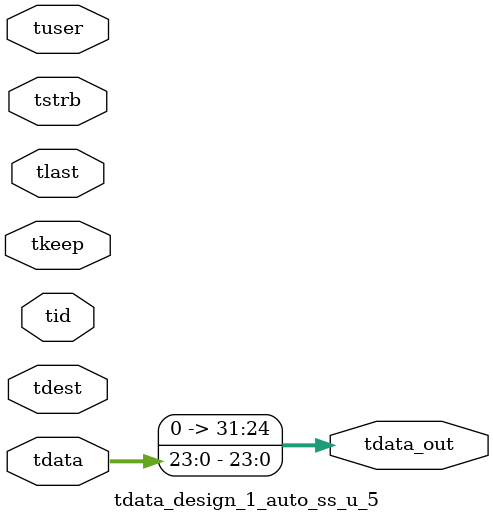
<source format=v>


`timescale 1ps/1ps

module tdata_design_1_auto_ss_u_5 #
(
parameter C_S_AXIS_TDATA_WIDTH = 32,
parameter C_S_AXIS_TUSER_WIDTH = 0,
parameter C_S_AXIS_TID_WIDTH   = 0,
parameter C_S_AXIS_TDEST_WIDTH = 0,
parameter C_M_AXIS_TDATA_WIDTH = 32
)
(
input  [(C_S_AXIS_TDATA_WIDTH == 0 ? 1 : C_S_AXIS_TDATA_WIDTH)-1:0     ] tdata,
input  [(C_S_AXIS_TUSER_WIDTH == 0 ? 1 : C_S_AXIS_TUSER_WIDTH)-1:0     ] tuser,
input  [(C_S_AXIS_TID_WIDTH   == 0 ? 1 : C_S_AXIS_TID_WIDTH)-1:0       ] tid,
input  [(C_S_AXIS_TDEST_WIDTH == 0 ? 1 : C_S_AXIS_TDEST_WIDTH)-1:0     ] tdest,
input  [(C_S_AXIS_TDATA_WIDTH/8)-1:0 ] tkeep,
input  [(C_S_AXIS_TDATA_WIDTH/8)-1:0 ] tstrb,
input                                                                    tlast,
output [C_M_AXIS_TDATA_WIDTH-1:0] tdata_out
);

assign tdata_out = {tdata[23:0]};

endmodule


</source>
